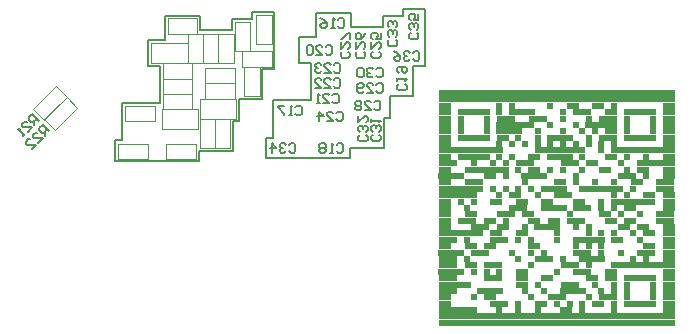
<source format=gbo>
G04*
G04 #@! TF.GenerationSoftware,Altium Limited,Altium Designer,20.0.13 (296)*
G04*
G04 Layer_Color=32896*
%FSLAX44Y44*%
%MOMM*%
G71*
G01*
G75*
%ADD10C,0.2000*%
%ADD13C,0.1000*%
%ADD90R,20.0000X0.5410*%
%ADD91R,20.0000X0.5400*%
%ADD92R,1.0810X0.5410*%
%ADD93R,0.5400X0.5410*%
%ADD94R,0.5410X0.5410*%
%ADD95R,0.5400X0.5410*%
%ADD96R,3.2430X0.5410*%
%ADD97R,1.0810X0.5400*%
%ADD98R,2.7020X0.5400*%
%ADD99R,0.5400X0.5400*%
%ADD100R,0.5400X0.5400*%
%ADD101R,0.5410X0.5400*%
%ADD102R,1.6220X0.5400*%
%ADD103R,1.6210X0.5410*%
%ADD104R,1.6220X0.5410*%
%ADD105R,1.0810X0.5410*%
%ADD106R,1.0810X0.5400*%
%ADD107R,0.5400X0.5400*%
%ADD108R,0.5400X0.5400*%
%ADD109R,2.1620X0.5400*%
%ADD110R,0.5410X0.5400*%
%ADD111R,1.6220X0.5400*%
%ADD112R,1.6220X0.5410*%
%ADD113R,1.0820X0.5410*%
%ADD114R,2.7030X0.5410*%
%ADD115R,1.0810X0.5400*%
%ADD116R,1.0820X0.5400*%
%ADD117R,1.0820X0.5400*%
%ADD118R,1.6210X0.5400*%
%ADD119R,2.1620X0.5410*%
%ADD120R,5.4050X0.5400*%
%ADD121R,0.5410X0.5400*%
%ADD122R,1.6210X0.5400*%
%ADD123R,0.5410X0.5400*%
%ADD124R,1.6220X0.5400*%
%ADD125R,2.1620X0.5400*%
%ADD126R,1.0810X0.5410*%
%ADD127R,0.5400X0.5410*%
%ADD128R,2.7030X0.5410*%
%ADD129R,0.5400X0.5410*%
%ADD130R,0.5410X0.5410*%
%ADD131R,1.6220X0.5410*%
%ADD132R,3.7840X0.5400*%
%ADD133R,0.5410X0.5410*%
%ADD134R,1.0810X0.5400*%
%ADD135R,3.7830X0.5410*%
%ADD136R,3.2430X0.5400*%
%ADD137R,3.7840X0.5410*%
%ADD138R,2.1620X0.5410*%
%ADD139R,1.0820X0.5400*%
%ADD140R,2.7020X0.5410*%
%ADD141R,5.4050X0.5400*%
%ADD142R,4.3240X0.5400*%
%ADD143R,0.5410X0.5410*%
%ADD144R,2.7030X0.5400*%
D10*
X609800Y288500D02*
X628300D01*
X609800Y282500D02*
Y288500D01*
X593100Y282500D02*
X609800D01*
X593100Y273100D02*
Y282500D01*
X565800Y273100D02*
X593100D01*
X565800D02*
Y285200D01*
X535800D02*
X565800D01*
X535800Y264500D02*
Y285200D01*
X521600Y264500D02*
X535800D01*
X521600Y242500D02*
Y264500D01*
Y242500D02*
X531800D01*
Y211500D02*
Y242500D01*
X499800Y211500D02*
X531800D01*
X499800Y194500D02*
Y211500D01*
Y180500D02*
Y194500D01*
Y179600D02*
Y180500D01*
X493800Y179600D02*
X499800D01*
X493800Y162000D02*
Y179600D01*
Y162000D02*
X564500D01*
Y170800D01*
X593800D01*
Y196100D01*
X598600D01*
Y214500D01*
X618400D01*
Y240100D01*
X628300D01*
Y288500D01*
X500500Y237600D02*
Y286000D01*
X490600Y237600D02*
X500500D01*
X490600Y212000D02*
Y237600D01*
X470800Y212000D02*
X490600D01*
X470800Y193600D02*
Y212000D01*
X466000Y193600D02*
X470800D01*
X466000Y168300D02*
Y193600D01*
X436700Y168300D02*
X466000D01*
X436700Y159500D02*
Y168300D01*
X366000Y159500D02*
X436700D01*
X366000D02*
Y177100D01*
X372000D01*
Y178000D01*
Y192000D01*
Y209000D01*
X404000D01*
Y240000D01*
X393800D02*
X404000D01*
X393800D02*
Y262000D01*
X408000D01*
Y282700D01*
X438000D01*
Y270600D02*
Y282700D01*
Y270600D02*
X465300D01*
Y280000D01*
X482000D01*
Y286000D01*
X500500D01*
X310368Y184713D02*
X304713Y190368D01*
X301885Y187540D01*
Y185655D01*
X303770Y183770D01*
X305655Y183770D01*
X308482Y186597D01*
X306597Y184713D02*
Y180942D01*
X300942Y175287D02*
X304713Y179058D01*
X297173D01*
X296230Y180000D01*
Y181885D01*
X298115Y183770D01*
X300000Y183770D01*
X295287Y169632D02*
X299058Y173403D01*
X291518D01*
X290575Y174345D01*
Y176230D01*
X292460Y178115D01*
X294345Y178115D01*
X301425Y193770D02*
X295770Y199425D01*
X292943Y196597D01*
Y194713D01*
X294827Y192827D01*
X296712Y192827D01*
X299540Y195655D01*
X297655Y193770D02*
Y190000D01*
X292000Y184345D02*
X295770Y188115D01*
X288230D01*
X287287Y189058D01*
Y190942D01*
X289172Y192827D01*
X291057Y192827D01*
X290115Y182460D02*
X288230Y180575D01*
X289172Y181517D01*
X283517Y187173D01*
X285402Y187173D01*
X618232Y251266D02*
X619565Y252599D01*
X622230D01*
X623563Y251266D01*
Y245934D01*
X622230Y244601D01*
X619565D01*
X618232Y245934D01*
X615566Y251266D02*
X614233Y252599D01*
X611567D01*
X610234Y251266D01*
Y249933D01*
X611567Y248600D01*
X612900D01*
X611567D01*
X610234Y247267D01*
Y245934D01*
X611567Y244601D01*
X614233D01*
X615566Y245934D01*
X602237Y252599D02*
X604903Y251266D01*
X607568Y248600D01*
Y245934D01*
X606236Y244601D01*
X603570D01*
X602237Y245934D01*
Y247267D01*
X603570Y248600D01*
X607568D01*
X621566Y268268D02*
X622899Y266936D01*
Y264270D01*
X621566Y262937D01*
X616234D01*
X614901Y264270D01*
Y266936D01*
X616234Y268268D01*
X621566Y270934D02*
X622899Y272267D01*
Y274933D01*
X621566Y276266D01*
X620233D01*
X618900Y274933D01*
Y273600D01*
Y274933D01*
X617567Y276266D01*
X616234D01*
X614901Y274933D01*
Y272267D01*
X616234Y270934D01*
X622899Y284263D02*
Y278932D01*
X618900D01*
X620233Y281597D01*
Y282930D01*
X618900Y284263D01*
X616234D01*
X614901Y282930D01*
Y280264D01*
X616234Y278932D01*
X513232Y173266D02*
X514565Y174599D01*
X517230D01*
X518563Y173266D01*
Y167934D01*
X517230Y166601D01*
X514565D01*
X513232Y167934D01*
X510566Y173266D02*
X509233Y174599D01*
X506567D01*
X505234Y173266D01*
Y171933D01*
X506567Y170600D01*
X507900D01*
X506567D01*
X505234Y169267D01*
Y167934D01*
X506567Y166601D01*
X509233D01*
X510566Y167934D01*
X498570Y166601D02*
Y174599D01*
X502568Y170600D01*
X497237D01*
X603566Y262268D02*
X604899Y260935D01*
Y258270D01*
X603566Y256937D01*
X598234D01*
X596901Y258270D01*
Y260935D01*
X598234Y262268D01*
X603566Y264934D02*
X604899Y266267D01*
Y268933D01*
X603566Y270266D01*
X602233D01*
X600900Y268933D01*
Y267600D01*
Y268933D01*
X599567Y270266D01*
X598234D01*
X596901Y268933D01*
Y266267D01*
X598234Y264934D01*
X603566Y272932D02*
X604899Y274265D01*
Y276930D01*
X603566Y278263D01*
X602233D01*
X600900Y276930D01*
Y275597D01*
Y276930D01*
X599567Y278263D01*
X598234D01*
X596901Y276930D01*
Y274265D01*
X598234Y272932D01*
X578666Y181668D02*
X579999Y180336D01*
Y177670D01*
X578666Y176337D01*
X573334D01*
X572001Y177670D01*
Y180336D01*
X573334Y181668D01*
X578666Y184334D02*
X579999Y185667D01*
Y188333D01*
X578666Y189666D01*
X577333D01*
X576000Y188333D01*
Y187000D01*
Y188333D01*
X574667Y189666D01*
X573334D01*
X572001Y188333D01*
Y185667D01*
X573334Y184334D01*
X572001Y197663D02*
Y192332D01*
X577333Y197663D01*
X578666D01*
X579999Y196330D01*
Y193664D01*
X578666Y192332D01*
X589666Y182001D02*
X590999Y180668D01*
Y178003D01*
X589666Y176670D01*
X584334D01*
X583001Y178003D01*
Y180668D01*
X584334Y182001D01*
X589666Y184667D02*
X590999Y186000D01*
Y188666D01*
X589666Y189999D01*
X588333D01*
X587000Y188666D01*
Y187333D01*
Y188666D01*
X585667Y189999D01*
X584334D01*
X583001Y188666D01*
Y186000D01*
X584334Y184667D01*
X583001Y192665D02*
Y195330D01*
Y193997D01*
X590999D01*
X589666Y192665D01*
X587232Y237266D02*
X588564Y238599D01*
X591230D01*
X592563Y237266D01*
Y231934D01*
X591230Y230601D01*
X588564D01*
X587232Y231934D01*
X584566Y237266D02*
X583233Y238599D01*
X580567D01*
X579234Y237266D01*
Y235933D01*
X580567Y234600D01*
X581900D01*
X580567D01*
X579234Y233267D01*
Y231934D01*
X580567Y230601D01*
X583233D01*
X584566Y231934D01*
X576568Y237266D02*
X575235Y238599D01*
X572570D01*
X571237Y237266D01*
Y231934D01*
X572570Y230601D01*
X575235D01*
X576568Y231934D01*
Y237266D01*
X587232Y224266D02*
X588564Y225599D01*
X591230D01*
X592563Y224266D01*
Y218934D01*
X591230Y217601D01*
X588564D01*
X587232Y218934D01*
X579234Y217601D02*
X584566D01*
X579234Y222933D01*
Y224266D01*
X580567Y225599D01*
X583233D01*
X584566Y224266D01*
X576568Y218934D02*
X575235Y217601D01*
X572570D01*
X571237Y218934D01*
Y224266D01*
X572570Y225599D01*
X575235D01*
X576568Y224266D01*
Y222933D01*
X575235Y221600D01*
X571237D01*
X585232Y209266D02*
X586564Y210599D01*
X589230D01*
X590563Y209266D01*
Y203934D01*
X589230Y202601D01*
X586564D01*
X585232Y203934D01*
X577234Y202601D02*
X582566D01*
X577234Y207933D01*
Y209266D01*
X578567Y210599D01*
X581233D01*
X582566Y209266D01*
X574568D02*
X573236Y210599D01*
X570570D01*
X569237Y209266D01*
Y207933D01*
X570570Y206600D01*
X569237Y205267D01*
Y203934D01*
X570570Y202601D01*
X573236D01*
X574568Y203934D01*
Y205267D01*
X573236Y206600D01*
X574568Y207933D01*
Y209266D01*
X573236Y206600D02*
X570570D01*
X563566Y252268D02*
X564899Y250935D01*
Y248270D01*
X563566Y246937D01*
X558234D01*
X556901Y248270D01*
Y250935D01*
X558234Y252268D01*
X556901Y260266D02*
Y254934D01*
X562233Y260266D01*
X563566D01*
X564899Y258933D01*
Y256267D01*
X563566Y254934D01*
X564899Y262932D02*
Y268263D01*
X563566D01*
X558234Y262932D01*
X556901D01*
X576566Y252268D02*
X577899Y250935D01*
Y248270D01*
X576566Y246937D01*
X571234D01*
X569901Y248270D01*
Y250935D01*
X571234Y252268D01*
X569901Y260266D02*
Y254934D01*
X575233Y260266D01*
X576566D01*
X577899Y258933D01*
Y256267D01*
X576566Y254934D01*
X577899Y268263D02*
X576566Y265597D01*
X573900Y262932D01*
X571234D01*
X569901Y264265D01*
Y266930D01*
X571234Y268263D01*
X572567D01*
X573900Y266930D01*
Y262932D01*
X589566Y252268D02*
X590899Y250935D01*
Y248270D01*
X589566Y246937D01*
X584234D01*
X582901Y248270D01*
Y250935D01*
X584234Y252268D01*
X582901Y260266D02*
Y254934D01*
X588233Y260266D01*
X589566D01*
X590899Y258933D01*
Y256267D01*
X589566Y254934D01*
X590899Y268263D02*
Y262932D01*
X586900D01*
X588233Y265597D01*
Y266930D01*
X586900Y268263D01*
X584234D01*
X582901Y266930D01*
Y264265D01*
X584234Y262932D01*
X553232Y200266D02*
X554565Y201599D01*
X557230D01*
X558563Y200266D01*
Y194934D01*
X557230Y193601D01*
X554565D01*
X553232Y194934D01*
X545234Y193601D02*
X550566D01*
X545234Y198933D01*
Y200266D01*
X546567Y201599D01*
X549233D01*
X550566Y200266D01*
X538570Y193601D02*
Y201599D01*
X542568Y197600D01*
X537237D01*
X551232Y241266D02*
X552565Y242599D01*
X555230D01*
X556563Y241266D01*
Y235934D01*
X555230Y234601D01*
X552565D01*
X551232Y235934D01*
X543234Y234601D02*
X548566D01*
X543234Y239933D01*
Y241266D01*
X544567Y242599D01*
X547233D01*
X548566Y241266D01*
X540568D02*
X539235Y242599D01*
X536570D01*
X535237Y241266D01*
Y239933D01*
X536570Y238600D01*
X537903D01*
X536570D01*
X535237Y237267D01*
Y235934D01*
X536570Y234601D01*
X539235D01*
X540568Y235934D01*
X551232Y228266D02*
X552565Y229599D01*
X555230D01*
X556563Y228266D01*
Y222934D01*
X555230Y221601D01*
X552565D01*
X551232Y222934D01*
X543234Y221601D02*
X548566D01*
X543234Y226933D01*
Y228266D01*
X544567Y229599D01*
X547233D01*
X548566Y228266D01*
X535237Y221601D02*
X540568D01*
X535237Y226933D01*
Y228266D01*
X536570Y229599D01*
X539235D01*
X540568Y228266D01*
X549899Y215266D02*
X551232Y216599D01*
X553897D01*
X555230Y215266D01*
Y209934D01*
X553897Y208601D01*
X551232D01*
X549899Y209934D01*
X541901Y208601D02*
X547233D01*
X541901Y213933D01*
Y215266D01*
X543234Y216599D01*
X545900D01*
X547233Y215266D01*
X539235Y208601D02*
X536570D01*
X537903D01*
Y216599D01*
X539235Y215266D01*
X544232Y256266D02*
X545564Y257599D01*
X548230D01*
X549563Y256266D01*
Y250934D01*
X548230Y249601D01*
X545564D01*
X544232Y250934D01*
X536234Y249601D02*
X541566D01*
X536234Y254933D01*
Y256266D01*
X537567Y257599D01*
X540233D01*
X541566Y256266D01*
X533568D02*
X532235Y257599D01*
X529570D01*
X528237Y256266D01*
Y250934D01*
X529570Y249601D01*
X532235D01*
X533568Y250934D01*
Y256266D01*
X611566Y224935D02*
X612899Y223602D01*
Y220936D01*
X611566Y219603D01*
X606234D01*
X604901Y220936D01*
Y223602D01*
X606234Y224935D01*
X604901Y227601D02*
Y230266D01*
Y228934D01*
X612899D01*
X611566Y227601D01*
X606234Y234265D02*
X604901Y235598D01*
Y238264D01*
X606234Y239597D01*
X611566D01*
X612899Y238264D01*
Y235598D01*
X611566Y234265D01*
X610233D01*
X608900Y235598D01*
Y239597D01*
X553565Y173266D02*
X554898Y174599D01*
X557564D01*
X558897Y173266D01*
Y167934D01*
X557564Y166601D01*
X554898D01*
X553565Y167934D01*
X550899Y166601D02*
X548234D01*
X549566D01*
Y174599D01*
X550899Y173266D01*
X544235D02*
X542902Y174599D01*
X540236D01*
X538903Y173266D01*
Y171933D01*
X540236Y170600D01*
X538903Y169267D01*
Y167934D01*
X540236Y166601D01*
X542902D01*
X544235Y167934D01*
Y169267D01*
X542902Y170600D01*
X544235Y171933D01*
Y173266D01*
X542902Y170600D02*
X540236D01*
X518565Y205266D02*
X519898Y206599D01*
X522564D01*
X523897Y205266D01*
Y199934D01*
X522564Y198601D01*
X519898D01*
X518565Y199934D01*
X515899Y198601D02*
X513234D01*
X514566D01*
Y206599D01*
X515899Y205266D01*
X509235Y206599D02*
X503903D01*
Y205266D01*
X509235Y199934D01*
Y198601D01*
X554565Y279266D02*
X555898Y280599D01*
X558564D01*
X559897Y279266D01*
Y273934D01*
X558564Y272601D01*
X555898D01*
X554565Y273934D01*
X551899Y272601D02*
X549234D01*
X550566D01*
Y280599D01*
X551899Y279266D01*
X539903Y280599D02*
X542569Y279266D01*
X545235Y276600D01*
Y273934D01*
X543902Y272601D01*
X541236D01*
X539903Y273934D01*
Y275267D01*
X541236Y276600D01*
X545235D01*
D13*
X324950Y214142D02*
X334142Y204950D01*
X315050Y185858D02*
X334142Y204950D01*
X305858Y195050D02*
X315050Y185858D01*
X305858Y195050D02*
X324950Y214142D01*
X315950Y223142D02*
X325142Y213950D01*
X306050Y194858D02*
X325142Y213950D01*
X296858Y204050D02*
X306050Y194858D01*
X296858Y204050D02*
X315950Y223142D01*
X473500Y239500D02*
Y252500D01*
Y239500D02*
X498500D01*
Y252500D01*
X473500D02*
X498500D01*
X485500Y258500D02*
X498500D01*
Y283500D01*
X485500D02*
X498500D01*
X485500Y258500D02*
Y283500D01*
X393500Y161500D02*
Y174500D01*
X368500D02*
X393500D01*
X368500Y161500D02*
Y174500D01*
Y161500D02*
X393500D01*
X467500Y277500D02*
X480500D01*
X467500Y252500D02*
Y277500D01*
Y252500D02*
X480500D01*
Y277500D01*
X437500Y170500D02*
X450500D01*
Y195500D01*
X437500D02*
X450500D01*
X437500Y170500D02*
Y195500D01*
X450500Y170500D02*
X463500D01*
Y195500D01*
X450500D02*
X463500D01*
X450500Y170500D02*
Y195500D01*
X467500Y225500D02*
Y238500D01*
X442500D02*
X467500D01*
X442500Y225500D02*
Y238500D01*
Y225500D02*
X467500D01*
Y212500D02*
Y225500D01*
X442500D02*
X467500D01*
X442500Y212500D02*
Y225500D01*
Y212500D02*
X467500D01*
X437500Y195500D02*
Y212500D01*
X468500D01*
Y195500D02*
Y212500D01*
X437500Y195500D02*
X468500D01*
X427500Y267500D02*
X440500D01*
X427500Y242500D02*
Y267500D01*
Y242500D02*
X440500D01*
Y267500D01*
X440500D02*
X453500D01*
X440500Y242500D02*
Y267500D01*
Y242500D02*
X453500D01*
Y267500D01*
X453500D02*
X466500D01*
X453500Y242500D02*
Y267500D01*
Y242500D02*
X466500D01*
Y267500D01*
X436500Y186500D02*
Y203500D01*
X405500Y186500D02*
X436500D01*
X405500D02*
Y203500D01*
X436500D01*
X406500Y229500D02*
Y242500D01*
Y229500D02*
X431500D01*
Y242500D01*
X406500D02*
X431500D01*
X406500Y216500D02*
Y229500D01*
Y216500D02*
X431500D01*
Y229500D01*
X406500D02*
X431500D01*
X406500Y203500D02*
Y216500D01*
Y203500D02*
X431500D01*
Y216500D01*
X406500D02*
X431500D01*
X427500Y242500D02*
Y259500D01*
X396500Y242500D02*
X427500D01*
X396500D02*
Y259500D01*
X427500D01*
X475500Y214500D02*
X488500D01*
Y239500D01*
X475500D02*
X488500D01*
X475500Y214500D02*
Y239500D01*
X434500Y161500D02*
Y174500D01*
X409500D02*
X434500D01*
X409500Y161500D02*
Y174500D01*
Y161500D02*
X434500D01*
X374500Y193500D02*
Y206500D01*
Y193500D02*
X399500D01*
Y206500D01*
X374500D02*
X399500D01*
X410500Y267500D02*
Y280500D01*
Y267500D02*
X435500D01*
Y280500D01*
X410500D02*
X435500D01*
D90*
X740000Y22705D02*
D03*
Y217295D02*
D03*
D91*
Y28110D02*
D03*
Y211890D02*
D03*
D92*
X834595Y33515D02*
D03*
X748105D02*
D03*
X834595Y44325D02*
D03*
X645405D02*
D03*
X834595Y55135D02*
D03*
Y65945D02*
D03*
Y76755D02*
D03*
Y87565D02*
D03*
X667025D02*
D03*
X645405D02*
D03*
X834595Y103785D02*
D03*
X812975D02*
D03*
X796755D02*
D03*
X694055D02*
D03*
X645405D02*
D03*
X780545Y114595D02*
D03*
X715675D02*
D03*
X667025D02*
D03*
X645405D02*
D03*
X834595Y125405D02*
D03*
X731895D02*
D03*
X688645D02*
D03*
X645405D02*
D03*
X834595Y147025D02*
D03*
Y152435D02*
D03*
X812975D02*
D03*
X780545D02*
D03*
X645405D02*
D03*
X834595Y163245D02*
D03*
X645405D02*
D03*
X834595Y184865D02*
D03*
X645405D02*
D03*
X834595Y195675D02*
D03*
X645405D02*
D03*
X834595Y206485D02*
D03*
X775135D02*
D03*
X753515D02*
D03*
X645405D02*
D03*
D93*
X788650Y33515D02*
D03*
X761620D02*
D03*
X821080Y44325D02*
D03*
X799460D02*
D03*
X718380D02*
D03*
X821080Y55135D02*
D03*
X799460D02*
D03*
X788650D02*
D03*
X740000Y65945D02*
D03*
X680540D02*
D03*
X658920Y125405D02*
D03*
X718380Y136215D02*
D03*
X799460Y152435D02*
D03*
X761620D02*
D03*
X799460Y163245D02*
D03*
X761620D02*
D03*
X702160D02*
D03*
X821080Y184865D02*
D03*
X799460D02*
D03*
X761620D02*
D03*
X680540D02*
D03*
X658920D02*
D03*
X821080Y195675D02*
D03*
X799460D02*
D03*
X680540D02*
D03*
X658920D02*
D03*
X788650Y206485D02*
D03*
X702160D02*
D03*
D94*
X723785Y33515D02*
D03*
X707565D02*
D03*
X767025Y44325D02*
D03*
X772435Y55135D02*
D03*
X723785D02*
D03*
X815675Y76755D02*
D03*
X804865D02*
D03*
X745405D02*
D03*
X707565D02*
D03*
X664325D02*
D03*
X767025Y87565D02*
D03*
X756215D02*
D03*
X767025Y103785D02*
D03*
X756215D02*
D03*
X804865Y136215D02*
D03*
X707565D02*
D03*
X696755D02*
D03*
X685945D02*
D03*
X815675Y147025D02*
D03*
X756215D02*
D03*
X696755D02*
D03*
X745405Y152435D02*
D03*
X734595D02*
D03*
X707565D02*
D03*
X815675Y163245D02*
D03*
X772435Y184865D02*
D03*
X745405D02*
D03*
X723785D02*
D03*
X767025Y195675D02*
D03*
X745405D02*
D03*
X734595Y206485D02*
D03*
D95*
X691350Y33515D02*
D03*
X669730Y44325D02*
D03*
X691350Y65945D02*
D03*
X669730D02*
D03*
X777840Y87565D02*
D03*
X810270Y114595D02*
D03*
X750810D02*
D03*
X777840Y125405D02*
D03*
X669730D02*
D03*
X691350Y163245D02*
D03*
Y206485D02*
D03*
D96*
X656215Y33515D02*
D03*
D97*
X834595Y38920D02*
D03*
X775135D02*
D03*
X726485D02*
D03*
X645405D02*
D03*
X834595Y60540D02*
D03*
X731895D02*
D03*
X834595Y82160D02*
D03*
Y98380D02*
D03*
X688645D02*
D03*
X834595Y120000D02*
D03*
X645405D02*
D03*
X807565Y141620D02*
D03*
X645405D02*
D03*
X834595Y179460D02*
D03*
X694055D02*
D03*
X645405D02*
D03*
X834595Y201080D02*
D03*
X645405D02*
D03*
D98*
X810270Y38920D02*
D03*
Y60540D02*
D03*
Y179460D02*
D03*
X669730D02*
D03*
X810270Y201080D02*
D03*
X669730D02*
D03*
D99*
X788650Y38920D02*
D03*
X761620D02*
D03*
X740000D02*
D03*
X718380Y82160D02*
D03*
X702160D02*
D03*
X788650Y98380D02*
D03*
X740000D02*
D03*
X788650Y120000D02*
D03*
Y141620D02*
D03*
D100*
X750810Y38920D02*
D03*
X777840Y82160D02*
D03*
X729190D02*
D03*
X777840Y98380D02*
D03*
Y120000D02*
D03*
Y168650D02*
D03*
X691350Y201080D02*
D03*
D101*
X707565Y38920D02*
D03*
X804865Y98380D02*
D03*
X767025D02*
D03*
X664325Y120000D02*
D03*
X772435Y141620D02*
D03*
X756215D02*
D03*
X767025Y179460D02*
D03*
X723785D02*
D03*
X707565D02*
D03*
X745405Y201080D02*
D03*
D102*
X691350Y38920D02*
D03*
X648110Y60540D02*
D03*
X707570Y120000D02*
D03*
X831890Y141620D02*
D03*
X669730D02*
D03*
D103*
X783245Y44325D02*
D03*
X675135Y103785D02*
D03*
X696755Y114595D02*
D03*
X783245Y195675D02*
D03*
X723785D02*
D03*
X696755D02*
D03*
D104*
X740000Y44325D02*
D03*
X761620Y65945D02*
D03*
D105*
X683245Y44325D02*
D03*
X785945Y65945D02*
D03*
X818375Y87565D02*
D03*
X721085D02*
D03*
X683245D02*
D03*
X758915Y125405D02*
D03*
X683245Y147025D02*
D03*
X721085Y152435D02*
D03*
X785945Y163245D02*
D03*
X721085D02*
D03*
X785945Y184865D02*
D03*
D106*
X834595Y49730D02*
D03*
X667025Y71350D02*
D03*
X645405Y109190D02*
D03*
X834595Y130810D02*
D03*
Y190270D02*
D03*
X645405D02*
D03*
D107*
X821080Y49730D02*
D03*
X799460D02*
D03*
X788650D02*
D03*
X718380Y71350D02*
D03*
X799460Y130810D02*
D03*
X788650D02*
D03*
X821080Y190270D02*
D03*
X799460D02*
D03*
X680540D02*
D03*
X658920D02*
D03*
D108*
X777840Y49730D02*
D03*
X729190D02*
D03*
X691350Y130810D02*
D03*
X669730Y157840D02*
D03*
D109*
X753510Y49730D02*
D03*
X683240D02*
D03*
D110*
X712975D02*
D03*
X794055Y157840D02*
D03*
D111*
X648110Y49730D02*
D03*
X750810Y71350D02*
D03*
X648110D02*
D03*
X831890Y109190D02*
D03*
X750810Y157840D02*
D03*
X712970D02*
D03*
X648110D02*
D03*
D112*
X750810Y55135D02*
D03*
X729190Y76755D02*
D03*
X648110D02*
D03*
X831890Y114595D02*
D03*
Y136215D02*
D03*
X799460Y147025D02*
D03*
D113*
X710270Y55135D02*
D03*
Y65945D02*
D03*
Y125405D02*
D03*
D114*
X653515Y55135D02*
D03*
D115*
X785945Y60540D02*
D03*
X818375Y98380D02*
D03*
X802165Y120000D02*
D03*
X742705Y141620D02*
D03*
X785945Y201080D02*
D03*
D116*
X769730Y60540D02*
D03*
D117*
X710270D02*
D03*
Y98380D02*
D03*
D118*
X685945Y60540D02*
D03*
X815675Y82160D02*
D03*
X675135D02*
D03*
X783245Y179460D02*
D03*
D119*
X650810Y65945D02*
D03*
X769730Y76755D02*
D03*
X731890Y103785D02*
D03*
X737300Y136215D02*
D03*
X650810Y147025D02*
D03*
X742700Y163245D02*
D03*
X699460Y184865D02*
D03*
D120*
X812975Y71350D02*
D03*
D121*
X767025D02*
D03*
X696755Y109190D02*
D03*
X723785Y130810D02*
D03*
X696755Y157840D02*
D03*
X685945D02*
D03*
X756215Y190270D02*
D03*
X734595D02*
D03*
D122*
X685945Y71350D02*
D03*
X756215Y109190D02*
D03*
X664325D02*
D03*
X745405Y130810D02*
D03*
D123*
X794055Y82160D02*
D03*
X712975Y141620D02*
D03*
D124*
X761620Y82160D02*
D03*
Y120000D02*
D03*
Y201080D02*
D03*
D125*
X650810Y82160D02*
D03*
X737300Y120000D02*
D03*
X742700Y179460D02*
D03*
X710270Y201080D02*
D03*
D126*
X834595Y92975D02*
D03*
X791355D02*
D03*
X834595Y174055D02*
D03*
X645405D02*
D03*
D127*
X810270Y92975D02*
D03*
X777840Y174055D02*
D03*
X691350D02*
D03*
D128*
X767025Y92975D02*
D03*
D129*
X740000D02*
D03*
X718380D02*
D03*
X788650Y174055D02*
D03*
X702160D02*
D03*
D130*
X707565Y92975D02*
D03*
X664325D02*
D03*
X767025Y174055D02*
D03*
X756215D02*
D03*
X745405D02*
D03*
X734595D02*
D03*
X723785D02*
D03*
D131*
X691350Y92975D02*
D03*
X648110D02*
D03*
D132*
X658920Y98380D02*
D03*
D133*
X712975Y103785D02*
D03*
X794055Y114595D02*
D03*
D134*
X802165Y109190D02*
D03*
X785945D02*
D03*
X737295D02*
D03*
X721085D02*
D03*
X683245D02*
D03*
X818375Y130810D02*
D03*
X704865D02*
D03*
D135*
X804865Y125405D02*
D03*
D136*
X656215Y130810D02*
D03*
X823785Y157840D02*
D03*
X704865Y190270D02*
D03*
D137*
X777840Y136215D02*
D03*
X658920D02*
D03*
X680540Y152435D02*
D03*
D138*
X721080Y147025D02*
D03*
D139*
X769730Y157840D02*
D03*
D140*
X669730Y163245D02*
D03*
D141*
X812975Y168650D02*
D03*
X667025D02*
D03*
D142*
X742700D02*
D03*
D143*
X712975Y174055D02*
D03*
D144*
X777835Y190270D02*
D03*
M02*

</source>
